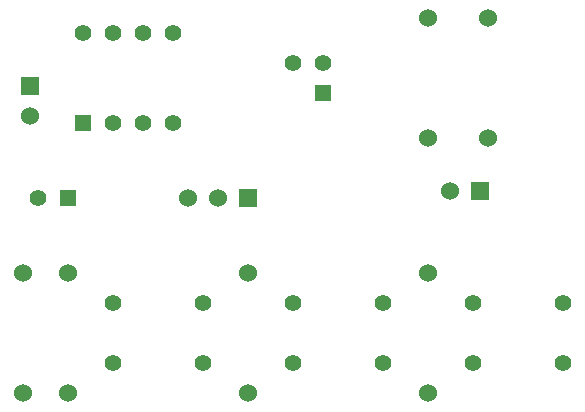
<source format=gbs>
G04 (created by PCBNEW (22-Jun-2014 BZR 4027)-stable) date Fri 01 Jan 2016 12:19:58 PM EST*
%MOIN*%
G04 Gerber Fmt 3.4, Leading zero omitted, Abs format*
%FSLAX34Y34*%
G01*
G70*
G90*
G04 APERTURE LIST*
%ADD10C,0.00590551*%
%ADD11R,0.055X0.055*%
%ADD12C,0.055*%
%ADD13C,0.06*%
%ADD14R,0.06X0.06*%
G04 APERTURE END LIST*
G54D10*
G54D11*
X57500Y-37500D03*
G54D12*
X57500Y-36500D03*
X56500Y-36500D03*
X65500Y-44500D03*
X65500Y-46500D03*
X62500Y-44500D03*
X62500Y-46500D03*
X56500Y-46500D03*
X56500Y-44500D03*
X59500Y-46500D03*
X59500Y-44500D03*
X53500Y-44500D03*
X53500Y-46500D03*
X50500Y-44500D03*
X50500Y-46500D03*
G54D13*
X61000Y-43500D03*
X61000Y-47500D03*
X55000Y-47500D03*
X55000Y-43500D03*
X49000Y-43500D03*
X49000Y-47500D03*
X47500Y-47500D03*
X47500Y-43500D03*
X61000Y-39000D03*
X61000Y-35000D03*
X63000Y-35000D03*
X63000Y-39000D03*
G54D14*
X55000Y-41000D03*
G54D13*
X54000Y-41000D03*
X53000Y-41000D03*
G54D14*
X62750Y-40750D03*
G54D13*
X61750Y-40750D03*
G54D14*
X47750Y-37250D03*
G54D13*
X47750Y-38250D03*
G54D11*
X49500Y-38500D03*
G54D12*
X50500Y-38500D03*
X51500Y-38500D03*
X52500Y-38500D03*
X52500Y-35500D03*
X51500Y-35500D03*
X50500Y-35500D03*
X49500Y-35500D03*
G54D11*
X49000Y-41000D03*
G54D12*
X48000Y-41000D03*
M02*

</source>
